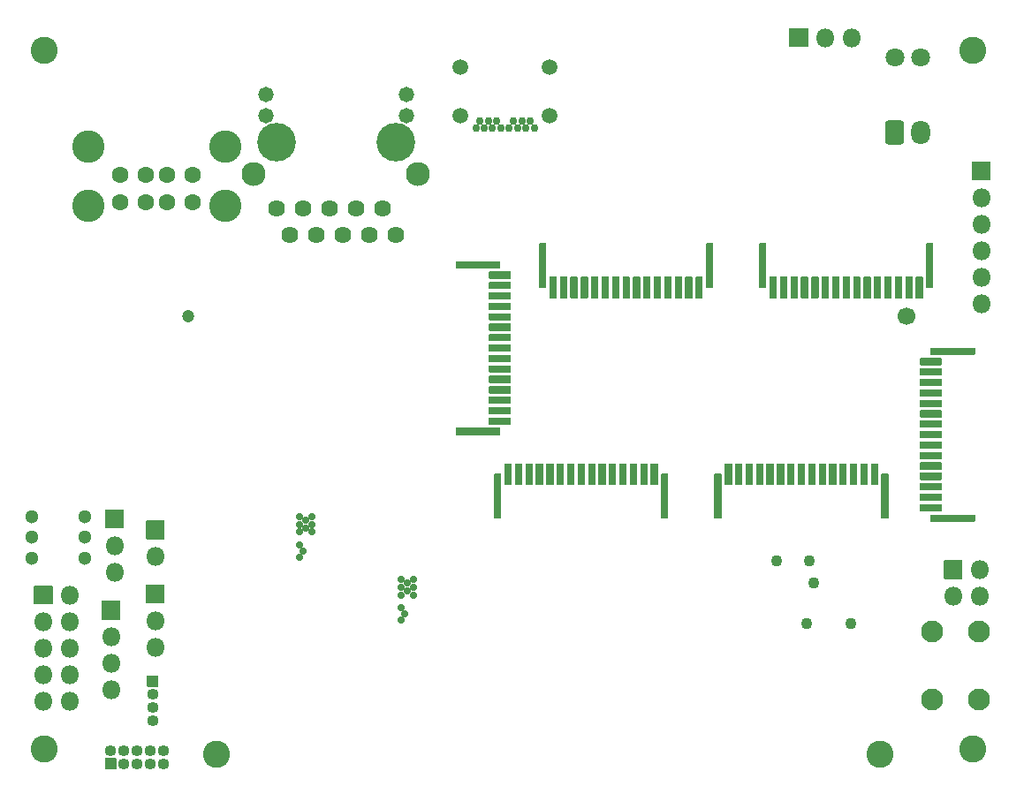
<source format=gbr>
%TF.GenerationSoftware,KiCad,Pcbnew,5.99.0-unknown-ad69e44~101~ubuntu18.04.1*%
%TF.CreationDate,2020-06-22T16:53:12+08:00*%
%TF.ProjectId,ovc4,6f766334-2e6b-4696-9361-645f70636258,rev?*%
%TF.SameCoordinates,Original*%
%TF.FileFunction,Soldermask,Bot*%
%TF.FilePolarity,Negative*%
%FSLAX46Y46*%
G04 Gerber Fmt 4.6, Leading zero omitted, Abs format (unit mm)*
G04 Created by KiCad (PCBNEW 5.99.0-unknown-ad69e44~101~ubuntu18.04.1) date 2020-06-22 16:53:12*
%MOMM*%
%LPD*%
G01*
G04 APERTURE LIST*
%ADD10C,2.600000*%
%ADD11C,1.700000*%
%ADD12C,1.200000*%
%ADD13O,1.800000X1.800000*%
%ADD14O,1.100000X1.100000*%
%ADD15C,2.100000*%
%ADD16C,1.300000*%
%ADD17C,1.100000*%
%ADD18C,1.600000*%
%ADD19C,3.100000*%
%ADD20C,1.800000*%
%ADD21O,1.800000X2.300000*%
%ADD22C,1.471600*%
%ADD23C,2.300000*%
%ADD24C,3.700000*%
%ADD25C,1.624000*%
%ADD26C,0.700000*%
%ADD27C,0.750000*%
%ADD28C,1.500000*%
G04 APERTURE END LIST*
D10*
%TO.C,U1*%
X115125000Y-98500000D03*
X51525000Y-98500000D03*
D11*
X117625000Y-56500000D03*
D12*
X48825000Y-56500000D03*
%TD*%
%TO.C,CAM1*%
G36*
G01*
X118510001Y-54767498D02*
X118510001Y-52767498D01*
G75*
G02*
X118560001Y-52717498I50000J0D01*
G01*
X119160001Y-52717498D01*
G75*
G02*
X119210001Y-52767498I0J-50000D01*
G01*
X119210001Y-54767498D01*
G75*
G02*
X119160001Y-54817498I-50000J0D01*
G01*
X118560001Y-54817498D01*
G75*
G02*
X118510001Y-54767498I0J50000D01*
G01*
G37*
G36*
G01*
X117510001Y-54767498D02*
X117510001Y-52767498D01*
G75*
G02*
X117560001Y-52717498I50000J0D01*
G01*
X118160001Y-52717498D01*
G75*
G02*
X118210001Y-52767498I0J-50000D01*
G01*
X118210001Y-54767498D01*
G75*
G02*
X118160001Y-54817498I-50000J0D01*
G01*
X117560001Y-54817498D01*
G75*
G02*
X117510001Y-54767498I0J50000D01*
G01*
G37*
G36*
G01*
X116510001Y-54767498D02*
X116510001Y-52767498D01*
G75*
G02*
X116560001Y-52717498I50000J0D01*
G01*
X117160001Y-52717498D01*
G75*
G02*
X117210001Y-52767498I0J-50000D01*
G01*
X117210001Y-54767498D01*
G75*
G02*
X117160001Y-54817498I-50000J0D01*
G01*
X116560001Y-54817498D01*
G75*
G02*
X116510001Y-54767498I0J50000D01*
G01*
G37*
G36*
G01*
X115510001Y-54767498D02*
X115510001Y-52767498D01*
G75*
G02*
X115560001Y-52717498I50000J0D01*
G01*
X116160001Y-52717498D01*
G75*
G02*
X116210001Y-52767498I0J-50000D01*
G01*
X116210001Y-54767498D01*
G75*
G02*
X116160001Y-54817498I-50000J0D01*
G01*
X115560001Y-54817498D01*
G75*
G02*
X115510001Y-54767498I0J50000D01*
G01*
G37*
G36*
G01*
X114510001Y-54767498D02*
X114510001Y-52767498D01*
G75*
G02*
X114560001Y-52717498I50000J0D01*
G01*
X115160001Y-52717498D01*
G75*
G02*
X115210001Y-52767498I0J-50000D01*
G01*
X115210001Y-54767498D01*
G75*
G02*
X115160001Y-54817498I-50000J0D01*
G01*
X114560001Y-54817498D01*
G75*
G02*
X114510001Y-54767498I0J50000D01*
G01*
G37*
G36*
G01*
X113510001Y-54767498D02*
X113510001Y-52767498D01*
G75*
G02*
X113560001Y-52717498I50000J0D01*
G01*
X114160001Y-52717498D01*
G75*
G02*
X114210001Y-52767498I0J-50000D01*
G01*
X114210001Y-54767498D01*
G75*
G02*
X114160001Y-54817498I-50000J0D01*
G01*
X113560001Y-54817498D01*
G75*
G02*
X113510001Y-54767498I0J50000D01*
G01*
G37*
G36*
G01*
X112510001Y-54767498D02*
X112510001Y-52767498D01*
G75*
G02*
X112560001Y-52717498I50000J0D01*
G01*
X113160001Y-52717498D01*
G75*
G02*
X113210001Y-52767498I0J-50000D01*
G01*
X113210001Y-54767498D01*
G75*
G02*
X113160001Y-54817498I-50000J0D01*
G01*
X112560001Y-54817498D01*
G75*
G02*
X112510001Y-54767498I0J50000D01*
G01*
G37*
G36*
G01*
X111510001Y-54767498D02*
X111510001Y-52767498D01*
G75*
G02*
X111560001Y-52717498I50000J0D01*
G01*
X112160001Y-52717498D01*
G75*
G02*
X112210001Y-52767498I0J-50000D01*
G01*
X112210001Y-54767498D01*
G75*
G02*
X112160001Y-54817498I-50000J0D01*
G01*
X111560001Y-54817498D01*
G75*
G02*
X111510001Y-54767498I0J50000D01*
G01*
G37*
G36*
G01*
X110510001Y-54767498D02*
X110510001Y-52767498D01*
G75*
G02*
X110560001Y-52717498I50000J0D01*
G01*
X111160001Y-52717498D01*
G75*
G02*
X111210001Y-52767498I0J-50000D01*
G01*
X111210001Y-54767498D01*
G75*
G02*
X111160001Y-54817498I-50000J0D01*
G01*
X110560001Y-54817498D01*
G75*
G02*
X110510001Y-54767498I0J50000D01*
G01*
G37*
G36*
G01*
X109510001Y-54767498D02*
X109510001Y-52767498D01*
G75*
G02*
X109560001Y-52717498I50000J0D01*
G01*
X110160001Y-52717498D01*
G75*
G02*
X110210001Y-52767498I0J-50000D01*
G01*
X110210001Y-54767498D01*
G75*
G02*
X110160001Y-54817498I-50000J0D01*
G01*
X109560001Y-54817498D01*
G75*
G02*
X109510001Y-54767498I0J50000D01*
G01*
G37*
G36*
G01*
X108510001Y-54767498D02*
X108510001Y-52767498D01*
G75*
G02*
X108560001Y-52717498I50000J0D01*
G01*
X109160001Y-52717498D01*
G75*
G02*
X109210001Y-52767498I0J-50000D01*
G01*
X109210001Y-54767498D01*
G75*
G02*
X109160001Y-54817498I-50000J0D01*
G01*
X108560001Y-54817498D01*
G75*
G02*
X108510001Y-54767498I0J50000D01*
G01*
G37*
G36*
G01*
X107510001Y-54767498D02*
X107510001Y-52767498D01*
G75*
G02*
X107560001Y-52717498I50000J0D01*
G01*
X108160001Y-52717498D01*
G75*
G02*
X108210001Y-52767498I0J-50000D01*
G01*
X108210001Y-54767498D01*
G75*
G02*
X108160001Y-54817498I-50000J0D01*
G01*
X107560001Y-54817498D01*
G75*
G02*
X107510001Y-54767498I0J50000D01*
G01*
G37*
G36*
G01*
X106510001Y-54767498D02*
X106510001Y-52767498D01*
G75*
G02*
X106560001Y-52717498I50000J0D01*
G01*
X107160001Y-52717498D01*
G75*
G02*
X107210001Y-52767498I0J-50000D01*
G01*
X107210001Y-54767498D01*
G75*
G02*
X107160001Y-54817498I-50000J0D01*
G01*
X106560001Y-54817498D01*
G75*
G02*
X106510001Y-54767498I0J50000D01*
G01*
G37*
G36*
G01*
X105510001Y-54767498D02*
X105510001Y-52767498D01*
G75*
G02*
X105560001Y-52717498I50000J0D01*
G01*
X106160001Y-52717498D01*
G75*
G02*
X106210001Y-52767498I0J-50000D01*
G01*
X106210001Y-54767498D01*
G75*
G02*
X106160001Y-54817498I-50000J0D01*
G01*
X105560001Y-54817498D01*
G75*
G02*
X105510001Y-54767498I0J50000D01*
G01*
G37*
G36*
G01*
X119510001Y-53767498D02*
X119510001Y-49567498D01*
G75*
G02*
X119560001Y-49517498I50000J0D01*
G01*
X120160001Y-49517498D01*
G75*
G02*
X120210001Y-49567498I0J-50000D01*
G01*
X120210001Y-53767498D01*
G75*
G02*
X120160001Y-53817498I-50000J0D01*
G01*
X119560001Y-53817498D01*
G75*
G02*
X119510001Y-53767498I0J50000D01*
G01*
G37*
G36*
G01*
X104510001Y-54767498D02*
X104510001Y-52767498D01*
G75*
G02*
X104560001Y-52717498I50000J0D01*
G01*
X105160001Y-52717498D01*
G75*
G02*
X105210001Y-52767498I0J-50000D01*
G01*
X105210001Y-54767498D01*
G75*
G02*
X105160001Y-54817498I-50000J0D01*
G01*
X104560001Y-54817498D01*
G75*
G02*
X104510001Y-54767498I0J50000D01*
G01*
G37*
G36*
G01*
X103510001Y-53767498D02*
X103510001Y-49567498D01*
G75*
G02*
X103560001Y-49517498I50000J0D01*
G01*
X104160001Y-49517498D01*
G75*
G02*
X104210001Y-49567498I0J-50000D01*
G01*
X104210001Y-53767498D01*
G75*
G02*
X104160001Y-53817498I-50000J0D01*
G01*
X103560001Y-53817498D01*
G75*
G02*
X103510001Y-53767498I0J50000D01*
G01*
G37*
%TD*%
D13*
%TO.C,J12*%
X41400000Y-92320000D03*
X41400000Y-89780000D03*
X41400000Y-87240000D03*
G36*
G01*
X40500000Y-85550000D02*
X40500000Y-83850000D01*
G75*
G02*
X40550000Y-83800000I50000J0D01*
G01*
X42250000Y-83800000D01*
G75*
G02*
X42300000Y-83850000I0J-50000D01*
G01*
X42300000Y-85550000D01*
G75*
G02*
X42250000Y-85600000I-50000J0D01*
G01*
X40550000Y-85600000D01*
G75*
G02*
X40500000Y-85550000I0J50000D01*
G01*
G37*
%TD*%
D14*
%TO.C,J11*%
X45400000Y-95310000D03*
X45400000Y-94040000D03*
X45400000Y-92770000D03*
G36*
G01*
X44850000Y-92000000D02*
X44850000Y-91000000D01*
G75*
G02*
X44900000Y-90950000I50000J0D01*
G01*
X45900000Y-90950000D01*
G75*
G02*
X45950000Y-91000000I0J-50000D01*
G01*
X45950000Y-92000000D01*
G75*
G02*
X45900000Y-92050000I-50000J0D01*
G01*
X44900000Y-92050000D01*
G75*
G02*
X44850000Y-92000000I0J50000D01*
G01*
G37*
%TD*%
D13*
%TO.C,J9*%
X45650000Y-88230000D03*
X45650000Y-85690000D03*
G36*
G01*
X44750000Y-84000000D02*
X44750000Y-82300000D01*
G75*
G02*
X44800000Y-82250000I50000J0D01*
G01*
X46500000Y-82250000D01*
G75*
G02*
X46550000Y-82300000I0J-50000D01*
G01*
X46550000Y-84000000D01*
G75*
G02*
X46500000Y-84050000I-50000J0D01*
G01*
X44800000Y-84050000D01*
G75*
G02*
X44750000Y-84000000I0J50000D01*
G01*
G37*
%TD*%
%TO.C,J7*%
X124800000Y-55300000D03*
X124800000Y-52760000D03*
X124800000Y-50220000D03*
X124800000Y-47680000D03*
X124800000Y-45140000D03*
G36*
G01*
X123900000Y-43450000D02*
X123900000Y-41750000D01*
G75*
G02*
X123950000Y-41700000I50000J0D01*
G01*
X125650000Y-41700000D01*
G75*
G02*
X125700000Y-41750000I0J-50000D01*
G01*
X125700000Y-43450000D01*
G75*
G02*
X125650000Y-43500000I-50000J0D01*
G01*
X123950000Y-43500000D01*
G75*
G02*
X123900000Y-43450000I0J50000D01*
G01*
G37*
%TD*%
%TO.C,J8*%
X37440000Y-93410000D03*
X34900000Y-93410000D03*
X37440000Y-90870000D03*
X34900000Y-90870000D03*
X37440000Y-88330000D03*
X34900000Y-88330000D03*
X37440000Y-85790000D03*
X34900000Y-85790000D03*
X37440000Y-83250000D03*
G36*
G01*
X34000000Y-84100000D02*
X34000000Y-82400000D01*
G75*
G02*
X34050000Y-82350000I50000J0D01*
G01*
X35750000Y-82350000D01*
G75*
G02*
X35800000Y-82400000I0J-50000D01*
G01*
X35800000Y-84100000D01*
G75*
G02*
X35750000Y-84150000I-50000J0D01*
G01*
X34050000Y-84150000D01*
G75*
G02*
X34000000Y-84100000I0J50000D01*
G01*
G37*
%TD*%
%TO.C,J5*%
X124640000Y-83340000D03*
X122100000Y-83340000D03*
X124640000Y-80800000D03*
G36*
G01*
X121200000Y-81650000D02*
X121200000Y-79950000D01*
G75*
G02*
X121250000Y-79900000I50000J0D01*
G01*
X122950000Y-79900000D01*
G75*
G02*
X123000000Y-79950000I0J-50000D01*
G01*
X123000000Y-81650000D01*
G75*
G02*
X122950000Y-81700000I-50000J0D01*
G01*
X121250000Y-81700000D01*
G75*
G02*
X121200000Y-81650000I0J50000D01*
G01*
G37*
%TD*%
%TO.C,CAM4*%
G36*
G01*
X94810001Y-71667498D02*
X94810001Y-75867498D01*
G75*
G02*
X94760001Y-75917498I-50000J0D01*
G01*
X94160001Y-75917498D01*
G75*
G02*
X94110001Y-75867498I0J50000D01*
G01*
X94110001Y-71667498D01*
G75*
G02*
X94160001Y-71617498I50000J0D01*
G01*
X94760001Y-71617498D01*
G75*
G02*
X94810001Y-71667498I0J-50000D01*
G01*
G37*
G36*
G01*
X93810001Y-70667498D02*
X93810001Y-72667498D01*
G75*
G02*
X93760001Y-72717498I-50000J0D01*
G01*
X93160001Y-72717498D01*
G75*
G02*
X93110001Y-72667498I0J50000D01*
G01*
X93110001Y-70667498D01*
G75*
G02*
X93160001Y-70617498I50000J0D01*
G01*
X93760001Y-70617498D01*
G75*
G02*
X93810001Y-70667498I0J-50000D01*
G01*
G37*
G36*
G01*
X78810001Y-71667498D02*
X78810001Y-75867498D01*
G75*
G02*
X78760001Y-75917498I-50000J0D01*
G01*
X78160001Y-75917498D01*
G75*
G02*
X78110001Y-75867498I0J50000D01*
G01*
X78110001Y-71667498D01*
G75*
G02*
X78160001Y-71617498I50000J0D01*
G01*
X78760001Y-71617498D01*
G75*
G02*
X78810001Y-71667498I0J-50000D01*
G01*
G37*
G36*
G01*
X92810001Y-70667498D02*
X92810001Y-72667498D01*
G75*
G02*
X92760001Y-72717498I-50000J0D01*
G01*
X92160001Y-72717498D01*
G75*
G02*
X92110001Y-72667498I0J50000D01*
G01*
X92110001Y-70667498D01*
G75*
G02*
X92160001Y-70617498I50000J0D01*
G01*
X92760001Y-70617498D01*
G75*
G02*
X92810001Y-70667498I0J-50000D01*
G01*
G37*
G36*
G01*
X91810001Y-70667498D02*
X91810001Y-72667498D01*
G75*
G02*
X91760001Y-72717498I-50000J0D01*
G01*
X91160001Y-72717498D01*
G75*
G02*
X91110001Y-72667498I0J50000D01*
G01*
X91110001Y-70667498D01*
G75*
G02*
X91160001Y-70617498I50000J0D01*
G01*
X91760001Y-70617498D01*
G75*
G02*
X91810001Y-70667498I0J-50000D01*
G01*
G37*
G36*
G01*
X90810001Y-70667498D02*
X90810001Y-72667498D01*
G75*
G02*
X90760001Y-72717498I-50000J0D01*
G01*
X90160001Y-72717498D01*
G75*
G02*
X90110001Y-72667498I0J50000D01*
G01*
X90110001Y-70667498D01*
G75*
G02*
X90160001Y-70617498I50000J0D01*
G01*
X90760001Y-70617498D01*
G75*
G02*
X90810001Y-70667498I0J-50000D01*
G01*
G37*
G36*
G01*
X89810001Y-70667498D02*
X89810001Y-72667498D01*
G75*
G02*
X89760001Y-72717498I-50000J0D01*
G01*
X89160001Y-72717498D01*
G75*
G02*
X89110001Y-72667498I0J50000D01*
G01*
X89110001Y-70667498D01*
G75*
G02*
X89160001Y-70617498I50000J0D01*
G01*
X89760001Y-70617498D01*
G75*
G02*
X89810001Y-70667498I0J-50000D01*
G01*
G37*
G36*
G01*
X88810001Y-70667498D02*
X88810001Y-72667498D01*
G75*
G02*
X88760001Y-72717498I-50000J0D01*
G01*
X88160001Y-72717498D01*
G75*
G02*
X88110001Y-72667498I0J50000D01*
G01*
X88110001Y-70667498D01*
G75*
G02*
X88160001Y-70617498I50000J0D01*
G01*
X88760001Y-70617498D01*
G75*
G02*
X88810001Y-70667498I0J-50000D01*
G01*
G37*
G36*
G01*
X87810001Y-70667498D02*
X87810001Y-72667498D01*
G75*
G02*
X87760001Y-72717498I-50000J0D01*
G01*
X87160001Y-72717498D01*
G75*
G02*
X87110001Y-72667498I0J50000D01*
G01*
X87110001Y-70667498D01*
G75*
G02*
X87160001Y-70617498I50000J0D01*
G01*
X87760001Y-70617498D01*
G75*
G02*
X87810001Y-70667498I0J-50000D01*
G01*
G37*
G36*
G01*
X86810001Y-70667498D02*
X86810001Y-72667498D01*
G75*
G02*
X86760001Y-72717498I-50000J0D01*
G01*
X86160001Y-72717498D01*
G75*
G02*
X86110001Y-72667498I0J50000D01*
G01*
X86110001Y-70667498D01*
G75*
G02*
X86160001Y-70617498I50000J0D01*
G01*
X86760001Y-70617498D01*
G75*
G02*
X86810001Y-70667498I0J-50000D01*
G01*
G37*
G36*
G01*
X85810001Y-70667498D02*
X85810001Y-72667498D01*
G75*
G02*
X85760001Y-72717498I-50000J0D01*
G01*
X85160001Y-72717498D01*
G75*
G02*
X85110001Y-72667498I0J50000D01*
G01*
X85110001Y-70667498D01*
G75*
G02*
X85160001Y-70617498I50000J0D01*
G01*
X85760001Y-70617498D01*
G75*
G02*
X85810001Y-70667498I0J-50000D01*
G01*
G37*
G36*
G01*
X84810001Y-70667498D02*
X84810001Y-72667498D01*
G75*
G02*
X84760001Y-72717498I-50000J0D01*
G01*
X84160001Y-72717498D01*
G75*
G02*
X84110001Y-72667498I0J50000D01*
G01*
X84110001Y-70667498D01*
G75*
G02*
X84160001Y-70617498I50000J0D01*
G01*
X84760001Y-70617498D01*
G75*
G02*
X84810001Y-70667498I0J-50000D01*
G01*
G37*
G36*
G01*
X83810001Y-70667498D02*
X83810001Y-72667498D01*
G75*
G02*
X83760001Y-72717498I-50000J0D01*
G01*
X83160001Y-72717498D01*
G75*
G02*
X83110001Y-72667498I0J50000D01*
G01*
X83110001Y-70667498D01*
G75*
G02*
X83160001Y-70617498I50000J0D01*
G01*
X83760001Y-70617498D01*
G75*
G02*
X83810001Y-70667498I0J-50000D01*
G01*
G37*
G36*
G01*
X82810001Y-70667498D02*
X82810001Y-72667498D01*
G75*
G02*
X82760001Y-72717498I-50000J0D01*
G01*
X82160001Y-72717498D01*
G75*
G02*
X82110001Y-72667498I0J50000D01*
G01*
X82110001Y-70667498D01*
G75*
G02*
X82160001Y-70617498I50000J0D01*
G01*
X82760001Y-70617498D01*
G75*
G02*
X82810001Y-70667498I0J-50000D01*
G01*
G37*
G36*
G01*
X81810001Y-70667498D02*
X81810001Y-72667498D01*
G75*
G02*
X81760001Y-72717498I-50000J0D01*
G01*
X81160001Y-72717498D01*
G75*
G02*
X81110001Y-72667498I0J50000D01*
G01*
X81110001Y-70667498D01*
G75*
G02*
X81160001Y-70617498I50000J0D01*
G01*
X81760001Y-70617498D01*
G75*
G02*
X81810001Y-70667498I0J-50000D01*
G01*
G37*
G36*
G01*
X80810001Y-70667498D02*
X80810001Y-72667498D01*
G75*
G02*
X80760001Y-72717498I-50000J0D01*
G01*
X80160001Y-72717498D01*
G75*
G02*
X80110001Y-72667498I0J50000D01*
G01*
X80110001Y-70667498D01*
G75*
G02*
X80160001Y-70617498I50000J0D01*
G01*
X80760001Y-70617498D01*
G75*
G02*
X80810001Y-70667498I0J-50000D01*
G01*
G37*
G36*
G01*
X79810001Y-70667498D02*
X79810001Y-72667498D01*
G75*
G02*
X79760001Y-72717498I-50000J0D01*
G01*
X79160001Y-72717498D01*
G75*
G02*
X79110001Y-72667498I0J50000D01*
G01*
X79110001Y-70667498D01*
G75*
G02*
X79160001Y-70617498I50000J0D01*
G01*
X79760001Y-70617498D01*
G75*
G02*
X79810001Y-70667498I0J-50000D01*
G01*
G37*
%TD*%
D15*
%TO.C,SW2*%
X120100000Y-86750000D03*
X124600000Y-86750000D03*
X120100000Y-93250000D03*
X124600000Y-93250000D03*
%TD*%
D13*
%TO.C,J1*%
X41750000Y-81030000D03*
X41750000Y-78490000D03*
G36*
G01*
X40850000Y-76800000D02*
X40850000Y-75100000D01*
G75*
G02*
X40900000Y-75050000I50000J0D01*
G01*
X42600000Y-75050000D01*
G75*
G02*
X42650000Y-75100000I0J-50000D01*
G01*
X42650000Y-76800000D01*
G75*
G02*
X42600000Y-76850000I-50000J0D01*
G01*
X40900000Y-76850000D01*
G75*
G02*
X40850000Y-76800000I0J50000D01*
G01*
G37*
%TD*%
D16*
%TO.C,SW1*%
X33850000Y-79700000D03*
X33850000Y-77700000D03*
X33850000Y-75700000D03*
X38850000Y-79700000D03*
X38850000Y-77700000D03*
X38850000Y-75700000D03*
%TD*%
D17*
%TO.C,TP5*%
X108100000Y-85950000D03*
%TD*%
%TO.C,TP4*%
X105150000Y-80000000D03*
%TD*%
%TO.C,TP3*%
X108350000Y-80000000D03*
%TD*%
%TO.C,TP2*%
X108700000Y-82100000D03*
%TD*%
%TO.C,TP1*%
X112300000Y-86000000D03*
%TD*%
D13*
%TO.C,J6*%
X112380000Y-29800000D03*
X109840000Y-29800000D03*
G36*
G01*
X108150000Y-30700000D02*
X106450000Y-30700000D01*
G75*
G02*
X106400000Y-30650000I0J50000D01*
G01*
X106400000Y-28950000D01*
G75*
G02*
X106450000Y-28900000I50000J0D01*
G01*
X108150000Y-28900000D01*
G75*
G02*
X108200000Y-28950000I0J-50000D01*
G01*
X108200000Y-30650000D01*
G75*
G02*
X108150000Y-30700000I-50000J0D01*
G01*
G37*
%TD*%
D10*
%TO.C,H4*%
X35000000Y-98000000D03*
%TD*%
%TO.C,H3*%
X124000000Y-98000000D03*
%TD*%
%TO.C,H2*%
X124000000Y-31000000D03*
%TD*%
%TO.C,H1*%
X35000000Y-31000000D03*
%TD*%
%TO.C,CAM5*%
G36*
G01*
X78660001Y-67917498D02*
X74460001Y-67917498D01*
G75*
G02*
X74410001Y-67867498I0J50000D01*
G01*
X74410001Y-67267498D01*
G75*
G02*
X74460001Y-67217498I50000J0D01*
G01*
X78660001Y-67217498D01*
G75*
G02*
X78710001Y-67267498I0J-50000D01*
G01*
X78710001Y-67867498D01*
G75*
G02*
X78660001Y-67917498I-50000J0D01*
G01*
G37*
G36*
G01*
X79660001Y-66917498D02*
X77660001Y-66917498D01*
G75*
G02*
X77610001Y-66867498I0J50000D01*
G01*
X77610001Y-66267498D01*
G75*
G02*
X77660001Y-66217498I50000J0D01*
G01*
X79660001Y-66217498D01*
G75*
G02*
X79710001Y-66267498I0J-50000D01*
G01*
X79710001Y-66867498D01*
G75*
G02*
X79660001Y-66917498I-50000J0D01*
G01*
G37*
G36*
G01*
X78660001Y-51917498D02*
X74460001Y-51917498D01*
G75*
G02*
X74410001Y-51867498I0J50000D01*
G01*
X74410001Y-51267498D01*
G75*
G02*
X74460001Y-51217498I50000J0D01*
G01*
X78660001Y-51217498D01*
G75*
G02*
X78710001Y-51267498I0J-50000D01*
G01*
X78710001Y-51867498D01*
G75*
G02*
X78660001Y-51917498I-50000J0D01*
G01*
G37*
G36*
G01*
X79660001Y-65917498D02*
X77660001Y-65917498D01*
G75*
G02*
X77610001Y-65867498I0J50000D01*
G01*
X77610001Y-65267498D01*
G75*
G02*
X77660001Y-65217498I50000J0D01*
G01*
X79660001Y-65217498D01*
G75*
G02*
X79710001Y-65267498I0J-50000D01*
G01*
X79710001Y-65867498D01*
G75*
G02*
X79660001Y-65917498I-50000J0D01*
G01*
G37*
G36*
G01*
X79660001Y-64917498D02*
X77660001Y-64917498D01*
G75*
G02*
X77610001Y-64867498I0J50000D01*
G01*
X77610001Y-64267498D01*
G75*
G02*
X77660001Y-64217498I50000J0D01*
G01*
X79660001Y-64217498D01*
G75*
G02*
X79710001Y-64267498I0J-50000D01*
G01*
X79710001Y-64867498D01*
G75*
G02*
X79660001Y-64917498I-50000J0D01*
G01*
G37*
G36*
G01*
X79660001Y-63917498D02*
X77660001Y-63917498D01*
G75*
G02*
X77610001Y-63867498I0J50000D01*
G01*
X77610001Y-63267498D01*
G75*
G02*
X77660001Y-63217498I50000J0D01*
G01*
X79660001Y-63217498D01*
G75*
G02*
X79710001Y-63267498I0J-50000D01*
G01*
X79710001Y-63867498D01*
G75*
G02*
X79660001Y-63917498I-50000J0D01*
G01*
G37*
G36*
G01*
X79660001Y-62917498D02*
X77660001Y-62917498D01*
G75*
G02*
X77610001Y-62867498I0J50000D01*
G01*
X77610001Y-62267498D01*
G75*
G02*
X77660001Y-62217498I50000J0D01*
G01*
X79660001Y-62217498D01*
G75*
G02*
X79710001Y-62267498I0J-50000D01*
G01*
X79710001Y-62867498D01*
G75*
G02*
X79660001Y-62917498I-50000J0D01*
G01*
G37*
G36*
G01*
X79660001Y-61917498D02*
X77660001Y-61917498D01*
G75*
G02*
X77610001Y-61867498I0J50000D01*
G01*
X77610001Y-61267498D01*
G75*
G02*
X77660001Y-61217498I50000J0D01*
G01*
X79660001Y-61217498D01*
G75*
G02*
X79710001Y-61267498I0J-50000D01*
G01*
X79710001Y-61867498D01*
G75*
G02*
X79660001Y-61917498I-50000J0D01*
G01*
G37*
G36*
G01*
X79660001Y-60917498D02*
X77660001Y-60917498D01*
G75*
G02*
X77610001Y-60867498I0J50000D01*
G01*
X77610001Y-60267498D01*
G75*
G02*
X77660001Y-60217498I50000J0D01*
G01*
X79660001Y-60217498D01*
G75*
G02*
X79710001Y-60267498I0J-50000D01*
G01*
X79710001Y-60867498D01*
G75*
G02*
X79660001Y-60917498I-50000J0D01*
G01*
G37*
G36*
G01*
X79660001Y-59917498D02*
X77660001Y-59917498D01*
G75*
G02*
X77610001Y-59867498I0J50000D01*
G01*
X77610001Y-59267498D01*
G75*
G02*
X77660001Y-59217498I50000J0D01*
G01*
X79660001Y-59217498D01*
G75*
G02*
X79710001Y-59267498I0J-50000D01*
G01*
X79710001Y-59867498D01*
G75*
G02*
X79660001Y-59917498I-50000J0D01*
G01*
G37*
G36*
G01*
X79660001Y-58917498D02*
X77660001Y-58917498D01*
G75*
G02*
X77610001Y-58867498I0J50000D01*
G01*
X77610001Y-58267498D01*
G75*
G02*
X77660001Y-58217498I50000J0D01*
G01*
X79660001Y-58217498D01*
G75*
G02*
X79710001Y-58267498I0J-50000D01*
G01*
X79710001Y-58867498D01*
G75*
G02*
X79660001Y-58917498I-50000J0D01*
G01*
G37*
G36*
G01*
X79660001Y-57917498D02*
X77660001Y-57917498D01*
G75*
G02*
X77610001Y-57867498I0J50000D01*
G01*
X77610001Y-57267498D01*
G75*
G02*
X77660001Y-57217498I50000J0D01*
G01*
X79660001Y-57217498D01*
G75*
G02*
X79710001Y-57267498I0J-50000D01*
G01*
X79710001Y-57867498D01*
G75*
G02*
X79660001Y-57917498I-50000J0D01*
G01*
G37*
G36*
G01*
X79660001Y-56917498D02*
X77660001Y-56917498D01*
G75*
G02*
X77610001Y-56867498I0J50000D01*
G01*
X77610001Y-56267498D01*
G75*
G02*
X77660001Y-56217498I50000J0D01*
G01*
X79660001Y-56217498D01*
G75*
G02*
X79710001Y-56267498I0J-50000D01*
G01*
X79710001Y-56867498D01*
G75*
G02*
X79660001Y-56917498I-50000J0D01*
G01*
G37*
G36*
G01*
X79660001Y-55917498D02*
X77660001Y-55917498D01*
G75*
G02*
X77610001Y-55867498I0J50000D01*
G01*
X77610001Y-55267498D01*
G75*
G02*
X77660001Y-55217498I50000J0D01*
G01*
X79660001Y-55217498D01*
G75*
G02*
X79710001Y-55267498I0J-50000D01*
G01*
X79710001Y-55867498D01*
G75*
G02*
X79660001Y-55917498I-50000J0D01*
G01*
G37*
G36*
G01*
X79660001Y-54917498D02*
X77660001Y-54917498D01*
G75*
G02*
X77610001Y-54867498I0J50000D01*
G01*
X77610001Y-54267498D01*
G75*
G02*
X77660001Y-54217498I50000J0D01*
G01*
X79660001Y-54217498D01*
G75*
G02*
X79710001Y-54267498I0J-50000D01*
G01*
X79710001Y-54867498D01*
G75*
G02*
X79660001Y-54917498I-50000J0D01*
G01*
G37*
G36*
G01*
X79660001Y-53917498D02*
X77660001Y-53917498D01*
G75*
G02*
X77610001Y-53867498I0J50000D01*
G01*
X77610001Y-53267498D01*
G75*
G02*
X77660001Y-53217498I50000J0D01*
G01*
X79660001Y-53217498D01*
G75*
G02*
X79710001Y-53267498I0J-50000D01*
G01*
X79710001Y-53867498D01*
G75*
G02*
X79660001Y-53917498I-50000J0D01*
G01*
G37*
G36*
G01*
X79660001Y-52917498D02*
X77660001Y-52917498D01*
G75*
G02*
X77610001Y-52867498I0J50000D01*
G01*
X77610001Y-52267498D01*
G75*
G02*
X77660001Y-52217498I50000J0D01*
G01*
X79660001Y-52217498D01*
G75*
G02*
X79710001Y-52267498I0J-50000D01*
G01*
X79710001Y-52867498D01*
G75*
G02*
X79660001Y-52917498I-50000J0D01*
G01*
G37*
%TD*%
D18*
%TO.C,U18*%
X49260001Y-45607498D03*
X46760001Y-45607498D03*
X44760001Y-45607498D03*
X42260001Y-45607498D03*
X49260001Y-42987498D03*
X46760001Y-42987498D03*
X44760001Y-42987498D03*
X42260001Y-42987498D03*
D19*
X52330001Y-45957498D03*
X39190001Y-45957498D03*
X39190001Y-40277498D03*
X52330001Y-40277498D03*
%TD*%
D20*
%TO.C,J4*%
X119000000Y-31720000D03*
X116500000Y-31720000D03*
D21*
X119000000Y-38900000D03*
G36*
G01*
X117135295Y-40050000D02*
X115864705Y-40050000D01*
G75*
G02*
X115600000Y-39785295I0J264705D01*
G01*
X115600000Y-38014705D01*
G75*
G02*
X115864705Y-37750000I264705J0D01*
G01*
X117135295Y-37750000D01*
G75*
G02*
X117400000Y-38014705I0J-264705D01*
G01*
X117400000Y-39785295D01*
G75*
G02*
X117135295Y-40050000I-264705J0D01*
G01*
G37*
%TD*%
D22*
%TO.C,U21*%
X56235001Y-37327498D03*
X56235001Y-35297498D03*
X69685001Y-35297498D03*
X69685001Y-37327498D03*
D23*
X55085001Y-42917498D03*
X70835001Y-42917498D03*
D24*
X57245001Y-39867498D03*
X68675001Y-39867498D03*
D25*
X57245001Y-46217498D03*
X58515001Y-48757498D03*
X59785001Y-46217498D03*
X61055001Y-48757498D03*
X62325001Y-46217498D03*
X63595001Y-48757498D03*
X64865001Y-46217498D03*
X66135001Y-48757498D03*
X67405001Y-46217498D03*
X68675001Y-48757498D03*
%TD*%
%TO.C,CAM3*%
G36*
G01*
X82410001Y-53767498D02*
X82410001Y-49567498D01*
G75*
G02*
X82460001Y-49517498I50000J0D01*
G01*
X83060001Y-49517498D01*
G75*
G02*
X83110001Y-49567498I0J-50000D01*
G01*
X83110001Y-53767498D01*
G75*
G02*
X83060001Y-53817498I-50000J0D01*
G01*
X82460001Y-53817498D01*
G75*
G02*
X82410001Y-53767498I0J50000D01*
G01*
G37*
G36*
G01*
X83410001Y-54767498D02*
X83410001Y-52767498D01*
G75*
G02*
X83460001Y-52717498I50000J0D01*
G01*
X84060001Y-52717498D01*
G75*
G02*
X84110001Y-52767498I0J-50000D01*
G01*
X84110001Y-54767498D01*
G75*
G02*
X84060001Y-54817498I-50000J0D01*
G01*
X83460001Y-54817498D01*
G75*
G02*
X83410001Y-54767498I0J50000D01*
G01*
G37*
G36*
G01*
X98410001Y-53767498D02*
X98410001Y-49567498D01*
G75*
G02*
X98460001Y-49517498I50000J0D01*
G01*
X99060001Y-49517498D01*
G75*
G02*
X99110001Y-49567498I0J-50000D01*
G01*
X99110001Y-53767498D01*
G75*
G02*
X99060001Y-53817498I-50000J0D01*
G01*
X98460001Y-53817498D01*
G75*
G02*
X98410001Y-53767498I0J50000D01*
G01*
G37*
G36*
G01*
X84410001Y-54767498D02*
X84410001Y-52767498D01*
G75*
G02*
X84460001Y-52717498I50000J0D01*
G01*
X85060001Y-52717498D01*
G75*
G02*
X85110001Y-52767498I0J-50000D01*
G01*
X85110001Y-54767498D01*
G75*
G02*
X85060001Y-54817498I-50000J0D01*
G01*
X84460001Y-54817498D01*
G75*
G02*
X84410001Y-54767498I0J50000D01*
G01*
G37*
G36*
G01*
X85410001Y-54767498D02*
X85410001Y-52767498D01*
G75*
G02*
X85460001Y-52717498I50000J0D01*
G01*
X86060001Y-52717498D01*
G75*
G02*
X86110001Y-52767498I0J-50000D01*
G01*
X86110001Y-54767498D01*
G75*
G02*
X86060001Y-54817498I-50000J0D01*
G01*
X85460001Y-54817498D01*
G75*
G02*
X85410001Y-54767498I0J50000D01*
G01*
G37*
G36*
G01*
X86410001Y-54767498D02*
X86410001Y-52767498D01*
G75*
G02*
X86460001Y-52717498I50000J0D01*
G01*
X87060001Y-52717498D01*
G75*
G02*
X87110001Y-52767498I0J-50000D01*
G01*
X87110001Y-54767498D01*
G75*
G02*
X87060001Y-54817498I-50000J0D01*
G01*
X86460001Y-54817498D01*
G75*
G02*
X86410001Y-54767498I0J50000D01*
G01*
G37*
G36*
G01*
X87410001Y-54767498D02*
X87410001Y-52767498D01*
G75*
G02*
X87460001Y-52717498I50000J0D01*
G01*
X88060001Y-52717498D01*
G75*
G02*
X88110001Y-52767498I0J-50000D01*
G01*
X88110001Y-54767498D01*
G75*
G02*
X88060001Y-54817498I-50000J0D01*
G01*
X87460001Y-54817498D01*
G75*
G02*
X87410001Y-54767498I0J50000D01*
G01*
G37*
G36*
G01*
X88410001Y-54767498D02*
X88410001Y-52767498D01*
G75*
G02*
X88460001Y-52717498I50000J0D01*
G01*
X89060001Y-52717498D01*
G75*
G02*
X89110001Y-52767498I0J-50000D01*
G01*
X89110001Y-54767498D01*
G75*
G02*
X89060001Y-54817498I-50000J0D01*
G01*
X88460001Y-54817498D01*
G75*
G02*
X88410001Y-54767498I0J50000D01*
G01*
G37*
G36*
G01*
X89410001Y-54767498D02*
X89410001Y-52767498D01*
G75*
G02*
X89460001Y-52717498I50000J0D01*
G01*
X90060001Y-52717498D01*
G75*
G02*
X90110001Y-52767498I0J-50000D01*
G01*
X90110001Y-54767498D01*
G75*
G02*
X90060001Y-54817498I-50000J0D01*
G01*
X89460001Y-54817498D01*
G75*
G02*
X89410001Y-54767498I0J50000D01*
G01*
G37*
G36*
G01*
X90410001Y-54767498D02*
X90410001Y-52767498D01*
G75*
G02*
X90460001Y-52717498I50000J0D01*
G01*
X91060001Y-52717498D01*
G75*
G02*
X91110001Y-52767498I0J-50000D01*
G01*
X91110001Y-54767498D01*
G75*
G02*
X91060001Y-54817498I-50000J0D01*
G01*
X90460001Y-54817498D01*
G75*
G02*
X90410001Y-54767498I0J50000D01*
G01*
G37*
G36*
G01*
X91410001Y-54767498D02*
X91410001Y-52767498D01*
G75*
G02*
X91460001Y-52717498I50000J0D01*
G01*
X92060001Y-52717498D01*
G75*
G02*
X92110001Y-52767498I0J-50000D01*
G01*
X92110001Y-54767498D01*
G75*
G02*
X92060001Y-54817498I-50000J0D01*
G01*
X91460001Y-54817498D01*
G75*
G02*
X91410001Y-54767498I0J50000D01*
G01*
G37*
G36*
G01*
X92410001Y-54767498D02*
X92410001Y-52767498D01*
G75*
G02*
X92460001Y-52717498I50000J0D01*
G01*
X93060001Y-52717498D01*
G75*
G02*
X93110001Y-52767498I0J-50000D01*
G01*
X93110001Y-54767498D01*
G75*
G02*
X93060001Y-54817498I-50000J0D01*
G01*
X92460001Y-54817498D01*
G75*
G02*
X92410001Y-54767498I0J50000D01*
G01*
G37*
G36*
G01*
X93410001Y-54767498D02*
X93410001Y-52767498D01*
G75*
G02*
X93460001Y-52717498I50000J0D01*
G01*
X94060001Y-52717498D01*
G75*
G02*
X94110001Y-52767498I0J-50000D01*
G01*
X94110001Y-54767498D01*
G75*
G02*
X94060001Y-54817498I-50000J0D01*
G01*
X93460001Y-54817498D01*
G75*
G02*
X93410001Y-54767498I0J50000D01*
G01*
G37*
G36*
G01*
X94410001Y-54767498D02*
X94410001Y-52767498D01*
G75*
G02*
X94460001Y-52717498I50000J0D01*
G01*
X95060001Y-52717498D01*
G75*
G02*
X95110001Y-52767498I0J-50000D01*
G01*
X95110001Y-54767498D01*
G75*
G02*
X95060001Y-54817498I-50000J0D01*
G01*
X94460001Y-54817498D01*
G75*
G02*
X94410001Y-54767498I0J50000D01*
G01*
G37*
G36*
G01*
X95410001Y-54767498D02*
X95410001Y-52767498D01*
G75*
G02*
X95460001Y-52717498I50000J0D01*
G01*
X96060001Y-52717498D01*
G75*
G02*
X96110001Y-52767498I0J-50000D01*
G01*
X96110001Y-54767498D01*
G75*
G02*
X96060001Y-54817498I-50000J0D01*
G01*
X95460001Y-54817498D01*
G75*
G02*
X95410001Y-54767498I0J50000D01*
G01*
G37*
G36*
G01*
X96410001Y-54767498D02*
X96410001Y-52767498D01*
G75*
G02*
X96460001Y-52717498I50000J0D01*
G01*
X97060001Y-52717498D01*
G75*
G02*
X97110001Y-52767498I0J-50000D01*
G01*
X97110001Y-54767498D01*
G75*
G02*
X97060001Y-54817498I-50000J0D01*
G01*
X96460001Y-54817498D01*
G75*
G02*
X96410001Y-54767498I0J50000D01*
G01*
G37*
G36*
G01*
X97410001Y-54767498D02*
X97410001Y-52767498D01*
G75*
G02*
X97460001Y-52717498I50000J0D01*
G01*
X98060001Y-52717498D01*
G75*
G02*
X98110001Y-52767498I0J-50000D01*
G01*
X98110001Y-54767498D01*
G75*
G02*
X98060001Y-54817498I-50000J0D01*
G01*
X97460001Y-54817498D01*
G75*
G02*
X97410001Y-54767498I0J50000D01*
G01*
G37*
%TD*%
%TO.C,CAM2*%
G36*
G01*
X115910001Y-71667498D02*
X115910001Y-75867498D01*
G75*
G02*
X115860001Y-75917498I-50000J0D01*
G01*
X115260001Y-75917498D01*
G75*
G02*
X115210001Y-75867498I0J50000D01*
G01*
X115210001Y-71667498D01*
G75*
G02*
X115260001Y-71617498I50000J0D01*
G01*
X115860001Y-71617498D01*
G75*
G02*
X115910001Y-71667498I0J-50000D01*
G01*
G37*
G36*
G01*
X114910001Y-70667498D02*
X114910001Y-72667498D01*
G75*
G02*
X114860001Y-72717498I-50000J0D01*
G01*
X114260001Y-72717498D01*
G75*
G02*
X114210001Y-72667498I0J50000D01*
G01*
X114210001Y-70667498D01*
G75*
G02*
X114260001Y-70617498I50000J0D01*
G01*
X114860001Y-70617498D01*
G75*
G02*
X114910001Y-70667498I0J-50000D01*
G01*
G37*
G36*
G01*
X99910001Y-71667498D02*
X99910001Y-75867498D01*
G75*
G02*
X99860001Y-75917498I-50000J0D01*
G01*
X99260001Y-75917498D01*
G75*
G02*
X99210001Y-75867498I0J50000D01*
G01*
X99210001Y-71667498D01*
G75*
G02*
X99260001Y-71617498I50000J0D01*
G01*
X99860001Y-71617498D01*
G75*
G02*
X99910001Y-71667498I0J-50000D01*
G01*
G37*
G36*
G01*
X113910001Y-70667498D02*
X113910001Y-72667498D01*
G75*
G02*
X113860001Y-72717498I-50000J0D01*
G01*
X113260001Y-72717498D01*
G75*
G02*
X113210001Y-72667498I0J50000D01*
G01*
X113210001Y-70667498D01*
G75*
G02*
X113260001Y-70617498I50000J0D01*
G01*
X113860001Y-70617498D01*
G75*
G02*
X113910001Y-70667498I0J-50000D01*
G01*
G37*
G36*
G01*
X112910001Y-70667498D02*
X112910001Y-72667498D01*
G75*
G02*
X112860001Y-72717498I-50000J0D01*
G01*
X112260001Y-72717498D01*
G75*
G02*
X112210001Y-72667498I0J50000D01*
G01*
X112210001Y-70667498D01*
G75*
G02*
X112260001Y-70617498I50000J0D01*
G01*
X112860001Y-70617498D01*
G75*
G02*
X112910001Y-70667498I0J-50000D01*
G01*
G37*
G36*
G01*
X111910001Y-70667498D02*
X111910001Y-72667498D01*
G75*
G02*
X111860001Y-72717498I-50000J0D01*
G01*
X111260001Y-72717498D01*
G75*
G02*
X111210001Y-72667498I0J50000D01*
G01*
X111210001Y-70667498D01*
G75*
G02*
X111260001Y-70617498I50000J0D01*
G01*
X111860001Y-70617498D01*
G75*
G02*
X111910001Y-70667498I0J-50000D01*
G01*
G37*
G36*
G01*
X110910001Y-70667498D02*
X110910001Y-72667498D01*
G75*
G02*
X110860001Y-72717498I-50000J0D01*
G01*
X110260001Y-72717498D01*
G75*
G02*
X110210001Y-72667498I0J50000D01*
G01*
X110210001Y-70667498D01*
G75*
G02*
X110260001Y-70617498I50000J0D01*
G01*
X110860001Y-70617498D01*
G75*
G02*
X110910001Y-70667498I0J-50000D01*
G01*
G37*
G36*
G01*
X109910001Y-70667498D02*
X109910001Y-72667498D01*
G75*
G02*
X109860001Y-72717498I-50000J0D01*
G01*
X109260001Y-72717498D01*
G75*
G02*
X109210001Y-72667498I0J50000D01*
G01*
X109210001Y-70667498D01*
G75*
G02*
X109260001Y-70617498I50000J0D01*
G01*
X109860001Y-70617498D01*
G75*
G02*
X109910001Y-70667498I0J-50000D01*
G01*
G37*
G36*
G01*
X108910001Y-70667498D02*
X108910001Y-72667498D01*
G75*
G02*
X108860001Y-72717498I-50000J0D01*
G01*
X108260001Y-72717498D01*
G75*
G02*
X108210001Y-72667498I0J50000D01*
G01*
X108210001Y-70667498D01*
G75*
G02*
X108260001Y-70617498I50000J0D01*
G01*
X108860001Y-70617498D01*
G75*
G02*
X108910001Y-70667498I0J-50000D01*
G01*
G37*
G36*
G01*
X107910001Y-70667498D02*
X107910001Y-72667498D01*
G75*
G02*
X107860001Y-72717498I-50000J0D01*
G01*
X107260001Y-72717498D01*
G75*
G02*
X107210001Y-72667498I0J50000D01*
G01*
X107210001Y-70667498D01*
G75*
G02*
X107260001Y-70617498I50000J0D01*
G01*
X107860001Y-70617498D01*
G75*
G02*
X107910001Y-70667498I0J-50000D01*
G01*
G37*
G36*
G01*
X106910001Y-70667498D02*
X106910001Y-72667498D01*
G75*
G02*
X106860001Y-72717498I-50000J0D01*
G01*
X106260001Y-72717498D01*
G75*
G02*
X106210001Y-72667498I0J50000D01*
G01*
X106210001Y-70667498D01*
G75*
G02*
X106260001Y-70617498I50000J0D01*
G01*
X106860001Y-70617498D01*
G75*
G02*
X106910001Y-70667498I0J-50000D01*
G01*
G37*
G36*
G01*
X105910001Y-70667498D02*
X105910001Y-72667498D01*
G75*
G02*
X105860001Y-72717498I-50000J0D01*
G01*
X105260001Y-72717498D01*
G75*
G02*
X105210001Y-72667498I0J50000D01*
G01*
X105210001Y-70667498D01*
G75*
G02*
X105260001Y-70617498I50000J0D01*
G01*
X105860001Y-70617498D01*
G75*
G02*
X105910001Y-70667498I0J-50000D01*
G01*
G37*
G36*
G01*
X104910001Y-70667498D02*
X104910001Y-72667498D01*
G75*
G02*
X104860001Y-72717498I-50000J0D01*
G01*
X104260001Y-72717498D01*
G75*
G02*
X104210001Y-72667498I0J50000D01*
G01*
X104210001Y-70667498D01*
G75*
G02*
X104260001Y-70617498I50000J0D01*
G01*
X104860001Y-70617498D01*
G75*
G02*
X104910001Y-70667498I0J-50000D01*
G01*
G37*
G36*
G01*
X103910001Y-70667498D02*
X103910001Y-72667498D01*
G75*
G02*
X103860001Y-72717498I-50000J0D01*
G01*
X103260001Y-72717498D01*
G75*
G02*
X103210001Y-72667498I0J50000D01*
G01*
X103210001Y-70667498D01*
G75*
G02*
X103260001Y-70617498I50000J0D01*
G01*
X103860001Y-70617498D01*
G75*
G02*
X103910001Y-70667498I0J-50000D01*
G01*
G37*
G36*
G01*
X102910001Y-70667498D02*
X102910001Y-72667498D01*
G75*
G02*
X102860001Y-72717498I-50000J0D01*
G01*
X102260001Y-72717498D01*
G75*
G02*
X102210001Y-72667498I0J50000D01*
G01*
X102210001Y-70667498D01*
G75*
G02*
X102260001Y-70617498I50000J0D01*
G01*
X102860001Y-70617498D01*
G75*
G02*
X102910001Y-70667498I0J-50000D01*
G01*
G37*
G36*
G01*
X101910001Y-70667498D02*
X101910001Y-72667498D01*
G75*
G02*
X101860001Y-72717498I-50000J0D01*
G01*
X101260001Y-72717498D01*
G75*
G02*
X101210001Y-72667498I0J50000D01*
G01*
X101210001Y-70667498D01*
G75*
G02*
X101260001Y-70617498I50000J0D01*
G01*
X101860001Y-70617498D01*
G75*
G02*
X101910001Y-70667498I0J-50000D01*
G01*
G37*
G36*
G01*
X100910001Y-70667498D02*
X100910001Y-72667498D01*
G75*
G02*
X100860001Y-72717498I-50000J0D01*
G01*
X100260001Y-72717498D01*
G75*
G02*
X100210001Y-72667498I0J50000D01*
G01*
X100210001Y-70667498D01*
G75*
G02*
X100260001Y-70617498I50000J0D01*
G01*
X100860001Y-70617498D01*
G75*
G02*
X100910001Y-70667498I0J-50000D01*
G01*
G37*
%TD*%
%TO.C,CAM0*%
G36*
G01*
X119960001Y-59517498D02*
X124160001Y-59517498D01*
G75*
G02*
X124210001Y-59567498I0J-50000D01*
G01*
X124210001Y-60167498D01*
G75*
G02*
X124160001Y-60217498I-50000J0D01*
G01*
X119960001Y-60217498D01*
G75*
G02*
X119910001Y-60167498I0J50000D01*
G01*
X119910001Y-59567498D01*
G75*
G02*
X119960001Y-59517498I50000J0D01*
G01*
G37*
G36*
G01*
X118960001Y-60517498D02*
X120960001Y-60517498D01*
G75*
G02*
X121010001Y-60567498I0J-50000D01*
G01*
X121010001Y-61167498D01*
G75*
G02*
X120960001Y-61217498I-50000J0D01*
G01*
X118960001Y-61217498D01*
G75*
G02*
X118910001Y-61167498I0J50000D01*
G01*
X118910001Y-60567498D01*
G75*
G02*
X118960001Y-60517498I50000J0D01*
G01*
G37*
G36*
G01*
X119960001Y-75517498D02*
X124160001Y-75517498D01*
G75*
G02*
X124210001Y-75567498I0J-50000D01*
G01*
X124210001Y-76167498D01*
G75*
G02*
X124160001Y-76217498I-50000J0D01*
G01*
X119960001Y-76217498D01*
G75*
G02*
X119910001Y-76167498I0J50000D01*
G01*
X119910001Y-75567498D01*
G75*
G02*
X119960001Y-75517498I50000J0D01*
G01*
G37*
G36*
G01*
X118960001Y-61517498D02*
X120960001Y-61517498D01*
G75*
G02*
X121010001Y-61567498I0J-50000D01*
G01*
X121010001Y-62167498D01*
G75*
G02*
X120960001Y-62217498I-50000J0D01*
G01*
X118960001Y-62217498D01*
G75*
G02*
X118910001Y-62167498I0J50000D01*
G01*
X118910001Y-61567498D01*
G75*
G02*
X118960001Y-61517498I50000J0D01*
G01*
G37*
G36*
G01*
X118960001Y-62517498D02*
X120960001Y-62517498D01*
G75*
G02*
X121010001Y-62567498I0J-50000D01*
G01*
X121010001Y-63167498D01*
G75*
G02*
X120960001Y-63217498I-50000J0D01*
G01*
X118960001Y-63217498D01*
G75*
G02*
X118910001Y-63167498I0J50000D01*
G01*
X118910001Y-62567498D01*
G75*
G02*
X118960001Y-62517498I50000J0D01*
G01*
G37*
G36*
G01*
X118960001Y-63517498D02*
X120960001Y-63517498D01*
G75*
G02*
X121010001Y-63567498I0J-50000D01*
G01*
X121010001Y-64167498D01*
G75*
G02*
X120960001Y-64217498I-50000J0D01*
G01*
X118960001Y-64217498D01*
G75*
G02*
X118910001Y-64167498I0J50000D01*
G01*
X118910001Y-63567498D01*
G75*
G02*
X118960001Y-63517498I50000J0D01*
G01*
G37*
G36*
G01*
X118960001Y-64517498D02*
X120960001Y-64517498D01*
G75*
G02*
X121010001Y-64567498I0J-50000D01*
G01*
X121010001Y-65167498D01*
G75*
G02*
X120960001Y-65217498I-50000J0D01*
G01*
X118960001Y-65217498D01*
G75*
G02*
X118910001Y-65167498I0J50000D01*
G01*
X118910001Y-64567498D01*
G75*
G02*
X118960001Y-64517498I50000J0D01*
G01*
G37*
G36*
G01*
X118960001Y-65517498D02*
X120960001Y-65517498D01*
G75*
G02*
X121010001Y-65567498I0J-50000D01*
G01*
X121010001Y-66167498D01*
G75*
G02*
X120960001Y-66217498I-50000J0D01*
G01*
X118960001Y-66217498D01*
G75*
G02*
X118910001Y-66167498I0J50000D01*
G01*
X118910001Y-65567498D01*
G75*
G02*
X118960001Y-65517498I50000J0D01*
G01*
G37*
G36*
G01*
X118960001Y-66517498D02*
X120960001Y-66517498D01*
G75*
G02*
X121010001Y-66567498I0J-50000D01*
G01*
X121010001Y-67167498D01*
G75*
G02*
X120960001Y-67217498I-50000J0D01*
G01*
X118960001Y-67217498D01*
G75*
G02*
X118910001Y-67167498I0J50000D01*
G01*
X118910001Y-66567498D01*
G75*
G02*
X118960001Y-66517498I50000J0D01*
G01*
G37*
G36*
G01*
X118960001Y-67517498D02*
X120960001Y-67517498D01*
G75*
G02*
X121010001Y-67567498I0J-50000D01*
G01*
X121010001Y-68167498D01*
G75*
G02*
X120960001Y-68217498I-50000J0D01*
G01*
X118960001Y-68217498D01*
G75*
G02*
X118910001Y-68167498I0J50000D01*
G01*
X118910001Y-67567498D01*
G75*
G02*
X118960001Y-67517498I50000J0D01*
G01*
G37*
G36*
G01*
X118960001Y-68517498D02*
X120960001Y-68517498D01*
G75*
G02*
X121010001Y-68567498I0J-50000D01*
G01*
X121010001Y-69167498D01*
G75*
G02*
X120960001Y-69217498I-50000J0D01*
G01*
X118960001Y-69217498D01*
G75*
G02*
X118910001Y-69167498I0J50000D01*
G01*
X118910001Y-68567498D01*
G75*
G02*
X118960001Y-68517498I50000J0D01*
G01*
G37*
G36*
G01*
X118960001Y-69517498D02*
X120960001Y-69517498D01*
G75*
G02*
X121010001Y-69567498I0J-50000D01*
G01*
X121010001Y-70167498D01*
G75*
G02*
X120960001Y-70217498I-50000J0D01*
G01*
X118960001Y-70217498D01*
G75*
G02*
X118910001Y-70167498I0J50000D01*
G01*
X118910001Y-69567498D01*
G75*
G02*
X118960001Y-69517498I50000J0D01*
G01*
G37*
G36*
G01*
X118960001Y-70517498D02*
X120960001Y-70517498D01*
G75*
G02*
X121010001Y-70567498I0J-50000D01*
G01*
X121010001Y-71167498D01*
G75*
G02*
X120960001Y-71217498I-50000J0D01*
G01*
X118960001Y-71217498D01*
G75*
G02*
X118910001Y-71167498I0J50000D01*
G01*
X118910001Y-70567498D01*
G75*
G02*
X118960001Y-70517498I50000J0D01*
G01*
G37*
G36*
G01*
X118960001Y-71517498D02*
X120960001Y-71517498D01*
G75*
G02*
X121010001Y-71567498I0J-50000D01*
G01*
X121010001Y-72167498D01*
G75*
G02*
X120960001Y-72217498I-50000J0D01*
G01*
X118960001Y-72217498D01*
G75*
G02*
X118910001Y-72167498I0J50000D01*
G01*
X118910001Y-71567498D01*
G75*
G02*
X118960001Y-71517498I50000J0D01*
G01*
G37*
G36*
G01*
X118960001Y-72517498D02*
X120960001Y-72517498D01*
G75*
G02*
X121010001Y-72567498I0J-50000D01*
G01*
X121010001Y-73167498D01*
G75*
G02*
X120960001Y-73217498I-50000J0D01*
G01*
X118960001Y-73217498D01*
G75*
G02*
X118910001Y-73167498I0J50000D01*
G01*
X118910001Y-72567498D01*
G75*
G02*
X118960001Y-72517498I50000J0D01*
G01*
G37*
G36*
G01*
X118960001Y-73517498D02*
X120960001Y-73517498D01*
G75*
G02*
X121010001Y-73567498I0J-50000D01*
G01*
X121010001Y-74167498D01*
G75*
G02*
X120960001Y-74217498I-50000J0D01*
G01*
X118960001Y-74217498D01*
G75*
G02*
X118910001Y-74167498I0J50000D01*
G01*
X118910001Y-73567498D01*
G75*
G02*
X118960001Y-73517498I50000J0D01*
G01*
G37*
G36*
G01*
X118960001Y-74517498D02*
X120960001Y-74517498D01*
G75*
G02*
X121010001Y-74567498I0J-50000D01*
G01*
X121010001Y-75167498D01*
G75*
G02*
X120960001Y-75217498I-50000J0D01*
G01*
X118960001Y-75217498D01*
G75*
G02*
X118910001Y-75167498I0J50000D01*
G01*
X118910001Y-74567498D01*
G75*
G02*
X118960001Y-74517498I50000J0D01*
G01*
G37*
%TD*%
D26*
%TO.C,U11*%
X69200000Y-83250000D03*
X69200000Y-82500000D03*
X69790000Y-82120000D03*
X69790000Y-82870000D03*
X70350000Y-83250000D03*
X70350000Y-81750000D03*
X70350000Y-82500000D03*
X69200000Y-81750000D03*
X69200000Y-84490000D03*
X69500000Y-85070000D03*
X69200000Y-85650000D03*
%TD*%
%TO.C,U9*%
X59500000Y-77200000D03*
X59500000Y-76450000D03*
X60090000Y-76070000D03*
X60090000Y-76820000D03*
X60650000Y-77200000D03*
X60650000Y-75700000D03*
X60650000Y-76450000D03*
X59500000Y-75700000D03*
X59500000Y-78440000D03*
X59800000Y-79020000D03*
X59500000Y-79600000D03*
%TD*%
D13*
%TO.C,J3*%
X45650000Y-79540000D03*
G36*
G01*
X44750000Y-77850000D02*
X44750000Y-76150000D01*
G75*
G02*
X44800000Y-76100000I50000J0D01*
G01*
X46500000Y-76100000D01*
G75*
G02*
X46550000Y-76150000I0J-50000D01*
G01*
X46550000Y-77850000D01*
G75*
G02*
X46500000Y-77900000I-50000J0D01*
G01*
X44800000Y-77900000D01*
G75*
G02*
X44750000Y-77850000I0J50000D01*
G01*
G37*
%TD*%
D27*
%TO.C,J2*%
X77160001Y-38477498D03*
X81160001Y-38477498D03*
X81560001Y-37777498D03*
X80760001Y-37777498D03*
X79960001Y-37777498D03*
X78360001Y-37777498D03*
X77560001Y-37777498D03*
X76760001Y-37777498D03*
X81960001Y-38477498D03*
X80360001Y-38477498D03*
X79560001Y-38477498D03*
X78760001Y-38477498D03*
X77960001Y-38477498D03*
X76360001Y-38477498D03*
D28*
X83430001Y-32597498D03*
X74890001Y-32597498D03*
X74890001Y-37327498D03*
X83430001Y-37327498D03*
%TD*%
D14*
%TO.C,MCU_SWD1*%
X46430000Y-98130000D03*
X46430000Y-99400000D03*
X45160000Y-98130000D03*
X45160000Y-99400000D03*
X43890000Y-98130000D03*
X43890000Y-99400000D03*
X42620000Y-98130000D03*
X42620000Y-99400000D03*
X41350000Y-98130000D03*
G36*
G01*
X41850000Y-99950000D02*
X40850000Y-99950000D01*
G75*
G02*
X40800000Y-99900000I0J50000D01*
G01*
X40800000Y-98900000D01*
G75*
G02*
X40850000Y-98850000I50000J0D01*
G01*
X41850000Y-98850000D01*
G75*
G02*
X41900000Y-98900000I0J-50000D01*
G01*
X41900000Y-99900000D01*
G75*
G02*
X41850000Y-99950000I-50000J0D01*
G01*
G37*
%TD*%
M02*

</source>
